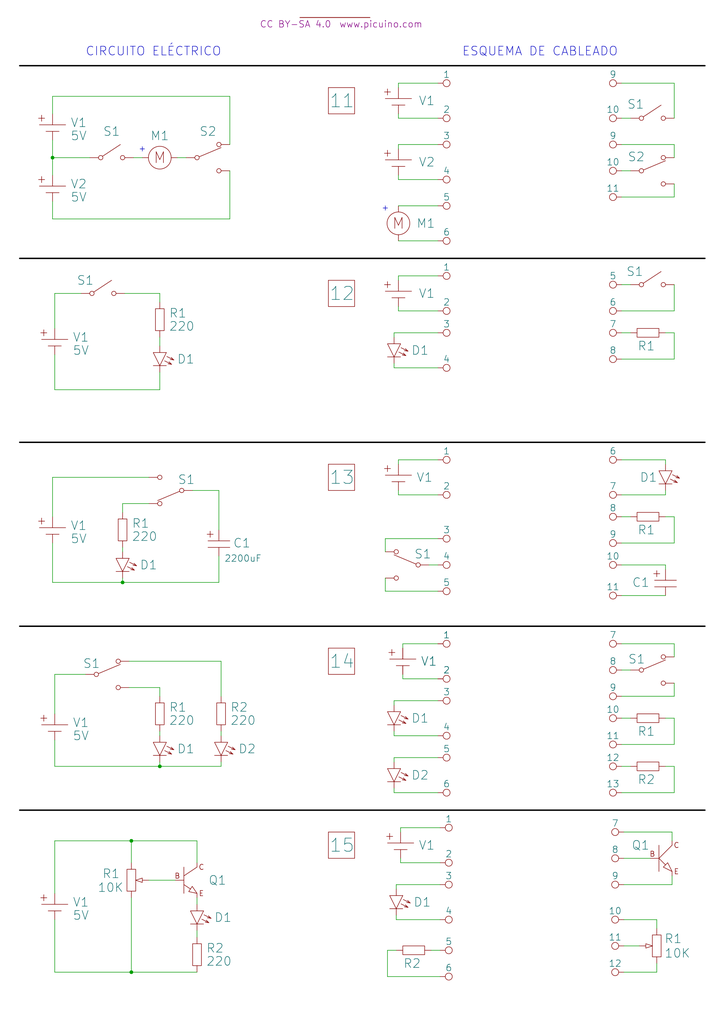
<source format=kicad_sch>
(kicad_sch (version 20231120) (generator "eeschema") (generator_version "8.0")
  (paper "A4" portrait)
  (title_block (title "Cableado eléctrico") (date "19/10/2018") (company "www.picuino.com") (comment 1 "Copyright (c) 2018 by Carlos Pardo") (comment 2 "License CC BY-SA 4.0"))
  (lib_symbols
    (symbol "electric-cableado-rescue:CopyRight-simbolos" (pin_names (offset 1.016))
      (property "License" "CC BY-SA 4.0" (at -1.27 -1.27 0))
      (property "Web" "www.picuino.com" (at 0 -1.27 0))
      (symbol "CopyRight-simbolos_0_1"
        (polyline (pts (xy -10.16 0) (xy 10.16 0)) (stroke (width 0.2032)))
      )
    )
    (symbol "electric-cableado-rescue:NPN-simbolos" (pin_names (offset 1.016))
      (property "Reference" "Q" (at 6.985 -5.08 0))
      (symbol "NPN-simbolos_0_0"
        (polyline (pts (xy 4.445 -6.985) (xy 2.54 -5.08)))
        (polyline (pts (xy 6.35 -8.89) (xy 5.08 -6.35) (xy 3.81 -7.62) (xy 6.35 -8.89)))
        (text "B" (at 0.635 -3.81 0) (effects (font (size 1.524 1.524))))
        (text "C" (at 7.62 -1.27 0) (effects (font (size 1.524 1.524))))
        (text "E" (at 7.62 -8.89 0) (effects (font (size 1.524 1.524))))
      )
      (symbol "NPN-simbolos_0_1"
        (polyline (pts (xy 2.54 -5.08) (xy 6.35 -1.27)))
        (polyline (pts (xy 2.54 -1.27) (xy 2.54 -8.89)))
      )
      (symbol "NPN-simbolos_1_1"
        (pin input line (at 0 -5.08 0) (length 2.54) (name "") (number ""))
        (pin input line (at 6.35 -10.16 90) (length 1.27) (name "") (number ""))
        (pin input line (at 6.35 0 270) (length 1.27) (name "") (number ""))
      )
    )
    (symbol "electric-cableado-rescue:Pila-simbolos" (pin_names (offset 1.016))
      (property "Reference" "V" (at 5.08 -4.445 0))
      (symbol "Pila-simbolos_0_1"
        (polyline (pts (xy -4.064 -1.27) (xy -2.286 -1.27)))
        (polyline (pts (xy -3.81 -3.175) (xy 3.81 -3.175)))
        (polyline (pts (xy -3.175 -0.381) (xy -3.175 -2.159)))
        (polyline (pts (xy -1.905 -5.08) (xy 1.905 -5.08)))
      )
      (symbol "Pila-simbolos_1_1"
        (pin input line (at 0 -7.62 90) (length 2.54) (name "") (number ""))
        (pin input line (at 0 0 270) (length 3.175) (name "") (number ""))
      )
    )
    (symbol "electric-cableado-rescue:condensador_pol-simbolos" (pin_names (offset 1.016))
      (property "Reference" "C" (at 3.81 -4.445 0))
      (symbol "condensador_pol-simbolos_0_1"
        (polyline (pts (xy -3.175 -3.175) (xy 3.175 -3.175)))
        (polyline (pts (xy -2.54 -0.381) (xy -2.54 -2.159)))
        (polyline (pts (xy -1.651 -1.27) (xy -3.429 -1.27)))
        (polyline (pts (xy 3.175 -5.08) (xy -3.175 -5.08)))
      )
      (symbol "condensador_pol-simbolos_1_1"
        (pin input line (at 0 -7.62 90) (length 2.54) (name "") (number ""))
        (pin input line (at 0 0 270) (length 3.175) (name "") (number ""))
      )
    )
    (symbol "electric-cableado-rescue:conector-simbolos" (pin_names (offset 1.016))
      (symbol "conector-simbolos_0_1"
        (circle (center 2.54 0) (radius 1.016))
      )
      (symbol "conector-simbolos_1_1"
        (pin input line (at 0 0 0) (length 1.524) (name "") (number ""))
      )
    )
    (symbol "electric-cableado-rescue:diodo_led-simbolos" (pin_names (offset 1.016))
      (property "Reference" "D" (at 5.08 -3.81 0))
      (symbol "diodo_led-simbolos_0_1"
        (polyline (pts (xy 1.397 -4.318) (xy 3.429 -5.334)))
        (polyline (pts (xy 1.905 -5.715) (xy -1.905 -5.715)))
        (polyline (pts (xy 2.032 -3.048) (xy 4.064 -4.064)))
        (polyline (pts (xy 3.429 -5.334) (xy 2.3622 -5.1816)))
        (polyline (pts (xy 3.429 -5.334) (xy 2.667 -4.572)))
        (polyline (pts (xy 4.064 -4.064) (xy 2.9972 -3.9116)))
        (polyline (pts (xy 4.064 -4.064) (xy 3.302 -3.302)))
        (polyline (pts (xy 1.905 -1.905) (xy -1.905 -1.905) (xy 0 -5.715) (xy 1.905 -1.905)))
      )
      (symbol "diodo_led-simbolos_1_1"
        (pin input line (at 0 -7.62 90) (length 1.905) (name "") (number ""))
        (pin input line (at 0 0 270) (length 1.905) (name "") (number ""))
      )
    )
    (symbol "electric-cableado-rescue:numero-simbolos" (pin_names (offset 1.016))
      (property "Value" "numero-simbolos" (at 0 0 0))
      (symbol "numero-simbolos_0_1"
        (rectangle (start -3.81 3.81) (end 3.81 -3.81))
      )
    )
    (symbol "electric-cableado-rescue:potenciometro-simbolos" (pin_names (offset 1.016))
      (property "Reference" "R" (at 1.905 -1.905 0))
      (symbol "potenciometro-simbolos_0_1"
        (rectangle (start -1.27 -1.905) (end 1.27 -8.255))
        (polyline (pts (xy 1.27 -5.08) (xy 3.175 -4.445) (xy 3.175 -5.715) (xy 1.27 -5.08)))
      )
      (symbol "potenciometro-simbolos_1_1"
        (pin input line (at 0 -10.16 90) (length 1.905) (name "") (number ""))
        (pin input line (at 0 0 270) (length 1.905) (name "") (number ""))
        (pin input line (at 5.08 -5.08 180) (length 1.905) (name "") (number ""))
      )
    )
    (symbol "electric-cableado-rescue:resistencia-simbolos" (pin_names (offset 1.016))
      (property "Reference" "R" (at 1.905 -5.08 0))
      (symbol "resistencia-simbolos_0_1"
        (rectangle (start -1.27 -1.905) (end 1.27 -8.255))
      )
      (symbol "resistencia-simbolos_1_1"
        (pin input line (at 0 -10.16 90) (length 1.905) (name "") (number ""))
        (pin input line (at 0 0 270) (length 1.905) (name "") (number ""))
      )
    )
    (symbol "electric-cableado-rescue:selector-simbolos" (pin_names (offset 1.016))
      (property "Reference" "S" (at 4.445 3.175 0))
      (symbol "selector-simbolos_0_0"
        (circle (center 3.175 0) (radius 0.635))
        (circle (center 9.525 -3.81) (radius 0.635))
        (circle (center 9.525 3.81) (radius 0.635))
      )
      (symbol "selector-simbolos_0_1"
        (polyline (pts (xy 10.16 2.921) (xy 3.81 0.254)))
      )
      (symbol "selector-simbolos_1_1"
        (pin input line (at 0 0 0) (length 2.54) (name "") (number ""))
        (pin input line (at 12.7 -3.81 180) (length 2.54) (name "") (number ""))
        (pin input line (at 12.7 3.81 180) (length 2.54) (name "") (number ""))
      )
    )
    (symbol "electric-cableado-rescue:switch-simbolos" (pin_names (offset 1.016))
      (property "Reference" "S" (at 4.445 3.175 0))
      (symbol "switch-simbolos_0_0"
        (polyline (pts (xy 8.89 3.81) (xy 3.683 0.381)))
        (circle (center 3.175 0) (radius 0.635))
        (circle (center 9.525 0) (radius 0.635))
      )
      (symbol "switch-simbolos_1_1"
        (pin input line (at 0 0 0) (length 2.54) (name "") (number ""))
        (pin input line (at 12.7 0 180) (length 2.54) (name "") (number ""))
      )
    )
    (symbol "motor_1" (pin_names (offset 1.016))
      (property "Reference" "M" (at 4.445 -5.08 0))
      (symbol "motor_1_0_0"
        (text "M" (at 0 -5.08 0) (effects (font (size 3.175 3.175))))
      )
      (symbol "motor_1_0_1"
        (circle (center 0 -5.08) (radius 3.302))
      )
      (symbol "motor_1_1_1"
        (pin input line (at 0 -10.16 90) (length 1.778) (name "") (number ""))
        (pin input line (at 0 0 270) (length 1.778) (name "") (number ""))
      )
    )
    (symbol "simbolos-electricos:NPN" (pin_names (offset 1.016))
      (property "Reference" "Q" (at 6.985 -5.08 0))
      (symbol "NPN_0_0"
        (polyline (pts (xy 4.445 -7.62) (xy 2.54 -6.35)))
        (text "C" (at 7.62 -1.27 0) (effects (font (size 1.524 1.524))))
        (text "E" (at 7.62 -8.89 0) (effects (font (size 1.524 1.524))))
      )
      (symbol "NPN_0_1"
        (polyline (pts (xy 2.54 -3.81) (xy 6.35 -1.27)))
        (polyline (pts (xy 2.54 -1.27) (xy 2.54 -8.89)))
        (polyline (pts (xy 4.953 -6.858) (xy 3.937 -8.382) (xy 6.35 -8.89) (xy 4.953 -6.858)))
      )
      (symbol "NPN_1_0"
        (text "B" (at 0.635 -3.81 0) (effects (font (size 1.524 1.524))))
      )
      (symbol "NPN_1_1"
        (pin input line (at 0 -5.08 0) (length 2.54) (name "") (number ""))
        (pin input line (at 6.35 -10.16 90) (length 1.27) (name "") (number ""))
        (pin input line (at 6.35 0 270) (length 1.27) (name "") (number ""))
      )
    )
    (symbol "simbolos-electricos:interruptor" (pin_names (offset 1.016))
      (property "Reference" "S" (at 4.445 3.175 0))
      (symbol "interruptor_0_0"
        (polyline (pts (xy 8.89 3.81) (xy 3.683 0.381)))
        (circle (center 3.175 0) (radius 0.635))
        (circle (center 9.525 0) (radius 0.635))
      )
      (symbol "interruptor_1_1"
        (pin input line (at 0 0 0) (length 2.54) (name "") (number ""))
        (pin input line (at 12.7 0 180) (length 2.54) (name "") (number ""))
      )
    )
    (symbol "simbolos-electricos:motor" (pin_names (offset 1.016))
      (property "Reference" "M2" (at 6.35 -5.08 90))
      (symbol "motor_0_0"
        (text "M" (at 0 -5.08 900) (effects (font (size 3.175 3.175))))
      )
      (symbol "motor_0_1"
        (circle (center 0 -5.08) (radius 3.302))
      )
      (symbol "motor_1_1"
        (pin input line (at 0 -10.16 90) (length 1.778) (name "") (number ""))
        (pin input line (at 0 0 270) (length 1.778) (name "") (number ""))
      )
    )
    (symbol "simbolos-electricos:selector" (pin_names (offset 1.016))
      (property "Reference" "S" (at 4.445 3.175 0))
      (symbol "selector_0_0"
        (circle (center 3.175 0) (radius 0.635))
        (circle (center 9.525 -3.81) (radius 0.635))
        (circle (center 9.525 3.81) (radius 0.635))
      )
      (symbol "selector_0_1"
        (polyline (pts (xy 10.16 2.921) (xy 3.81 0.254)))
      )
      (symbol "selector_1_1"
        (pin input line (at 0 0 0) (length 2.54) (name "") (number ""))
        (pin input line (at 12.7 -3.81 180) (length 2.54) (name "") (number ""))
        (pin input line (at 12.7 3.81 180) (length 2.54) (name "") (number ""))
      )
    )
  )
  (junction (at 46.355 222.25))
  (junction (at 38.1 281.94))
  (junction (at 15.24 45.72))
  (junction (at 38.1 243.84))
  (junction (at 35.56 168.91))
  (wire (pts (xy 43.18 146.05) (xy 35.56 146.05)))
  (wire (pts (xy 115.57 34.29) (xy 115.57 33.02)))
  (wire (pts (xy 195.58 57.15) (xy 180.34 57.15)))
  (wire (pts (xy 195.58 186.69) (xy 180.34 186.69)))
  (polyline (pts (xy 5.715 128.27) (xy 204.47 128.27)) (stroke (width 0.4064) (type solid) (color 0 0 0 1)))
  (wire (pts (xy 51.435 45.72) (xy 53.975 45.72)))
  (wire (pts (xy 182.88 194.31) (xy 180.34 194.31)))
  (wire (pts (xy 193.04 143.51) (xy 180.34 143.51)))
  (wire (pts (xy 185.42 274.32) (xy 180.975 274.32)))
  (wire (pts (xy 50.8 255.27) (xy 43.18 255.27)))
  (wire (pts (xy 35.56 146.05) (xy 35.56 148.59)))
  (wire (pts (xy 63.5 168.91) (xy 63.5 161.29)))
  (wire (pts (xy 114.3 203.2) (xy 114.3 204.47)))
  (wire (pts (xy 38.1 243.84) (xy 57.15 243.84)))
  (wire (pts (xy 193.04 208.28) (xy 195.58 208.28)))
  (wire (pts (xy 180.975 256.54) (xy 194.945 256.54)))
  (wire (pts (xy 180.34 229.87) (xy 195.58 229.87)))
  (wire (pts (xy 195.58 222.25) (xy 195.58 229.87)))
  (wire (pts (xy 114.3 96.52) (xy 127 96.52)))
  (wire (pts (xy 46.355 107.95) (xy 46.355 113.03)))
  (wire (pts (xy 193.04 96.52) (xy 195.58 96.52)))
  (wire (pts (xy 64.135 213.36) (xy 64.135 212.09)))
  (wire (pts (xy 180.34 172.72) (xy 193.04 172.72)))
  (wire (pts (xy 115.57 69.85) (xy 127 69.85)))
  (wire (pts (xy 114.3 220.98) (xy 114.3 219.71)))
  (wire (pts (xy 15.24 168.91) (xy 35.56 168.91)))
  (wire (pts (xy 193.04 222.25) (xy 195.58 222.25)))
  (wire (pts (xy 116.205 240.03) (xy 127.635 240.03)))
  (wire (pts (xy 15.24 63.5) (xy 15.24 58.42)))
  (wire (pts (xy 115.57 24.13) (xy 127 24.13)))
  (wire (pts (xy 180.34 201.93) (xy 195.58 201.93)))
  (wire (pts (xy 38.1 250.19) (xy 38.1 243.84)))
  (wire (pts (xy 180.34 24.13) (xy 195.58 24.13)))
  (wire (pts (xy 125.095 275.59) (xy 127.635 275.59)))
  (polyline (pts (xy 41.275 42.545) (xy 41.275 43.815)))
  (wire (pts (xy 115.57 90.17) (xy 115.57 88.9)))
  (wire (pts (xy 114.3 219.71) (xy 127 219.71)))
  (wire (pts (xy 116.84 196.85) (xy 127 196.85)))
  (wire (pts (xy 66.675 41.91) (xy 66.675 27.94)))
  (wire (pts (xy 115.57 134.62) (xy 115.57 133.35)))
  (wire (pts (xy 15.875 85.09) (xy 15.875 95.25)))
  (polyline (pts (xy 40.64 43.18) (xy 41.91 43.18)))
  (wire (pts (xy 46.355 199.39) (xy 37.465 199.39)))
  (wire (pts (xy 111.76 156.21) (xy 127 156.21)))
  (wire (pts (xy 38.735 45.72) (xy 41.275 45.72)))
  (wire (pts (xy 180.34 215.9) (xy 195.58 215.9)))
  (wire (pts (xy 116.84 186.69) (xy 127 186.69)))
  (wire (pts (xy 64.135 191.77) (xy 64.135 201.93)))
  (wire (pts (xy 194.945 254) (xy 194.945 256.54)))
  (wire (pts (xy 111.76 171.45) (xy 111.76 167.64)))
  (wire (pts (xy 190.5 279.4) (xy 190.5 281.94)))
  (wire (pts (xy 64.135 222.25) (xy 64.135 220.98)))
  (wire (pts (xy 57.15 262.255) (xy 57.15 260.35)))
  (wire (pts (xy 193.04 133.35) (xy 193.04 134.62)))
  (wire (pts (xy 195.58 208.28) (xy 195.58 215.9)))
  (wire (pts (xy 116.84 196.85) (xy 116.84 195.58)))
  (wire (pts (xy 115.57 90.17) (xy 127 90.17)))
  (wire (pts (xy 115.57 80.01) (xy 127 80.01)))
  (wire (pts (xy 114.3 228.6) (xy 114.3 229.87)))
  (wire (pts (xy 46.355 85.09) (xy 46.355 87.63)))
  (wire (pts (xy 195.58 201.93) (xy 195.58 198.12)))
  (wire (pts (xy 127 171.45) (xy 111.76 171.45)))
  (wire (pts (xy 38.1 260.35) (xy 38.1 281.94)))
  (wire (pts (xy 116.205 250.19) (xy 127.635 250.19)))
  (wire (pts (xy 115.57 81.28) (xy 115.57 80.01)))
  (wire (pts (xy 15.24 138.43) (xy 15.24 149.86)))
  (wire (pts (xy 180.975 281.94) (xy 190.5 281.94)))
  (wire (pts (xy 195.58 96.52) (xy 195.58 104.14)))
  (wire (pts (xy 46.355 97.79) (xy 46.355 100.33)))
  (wire (pts (xy 180.34 157.48) (xy 195.58 157.48)))
  (wire (pts (xy 112.395 275.59) (xy 112.395 283.21)))
  (wire (pts (xy 182.88 82.55) (xy 180.34 82.55)))
  (wire (pts (xy 15.24 45.72) (xy 15.24 50.8)))
  (wire (pts (xy 194.945 243.84) (xy 194.945 241.3)))
  (wire (pts (xy 180.34 208.28) (xy 182.88 208.28)))
  (wire (pts (xy 193.04 143.51) (xy 193.04 142.24)))
  (polyline (pts (xy 5.715 19.05) (xy 204.47 19.05)) (stroke (width 0.4064) (type solid) (color 0 0 0 1)))
  (wire (pts (xy 180.34 149.86) (xy 182.88 149.86)))
  (wire (pts (xy 115.57 133.35) (xy 127 133.35)))
  (wire (pts (xy 35.56 167.64) (xy 35.56 168.91)))
  (wire (pts (xy 111.76 160.02) (xy 111.76 156.21)))
  (wire (pts (xy 124.46 163.83) (xy 127 163.83)))
  (wire (pts (xy 195.58 82.55) (xy 195.58 90.17)))
  (polyline (pts (xy 5.715 234.95) (xy 204.47 234.95)) (stroke (width 0.4064) (type solid) (color 0 0 0 1)))
  (wire (pts (xy 15.875 243.84) (xy 15.875 259.08)))
  (wire (pts (xy 57.15 269.875) (xy 57.15 271.78)))
  (wire (pts (xy 15.24 27.94) (xy 66.675 27.94)))
  (wire (pts (xy 46.355 199.39) (xy 46.355 201.93)))
  (wire (pts (xy 43.18 138.43) (xy 15.24 138.43)))
  (wire (pts (xy 46.355 222.25) (xy 64.135 222.25)))
  (wire (pts (xy 180.34 163.83) (xy 193.04 163.83)))
  (wire (pts (xy 15.875 266.7) (xy 15.875 281.94)))
  (wire (pts (xy 115.57 52.07) (xy 115.57 50.8)))
  (wire (pts (xy 15.875 85.09) (xy 23.495 85.09)))
  (wire (pts (xy 180.34 222.25) (xy 182.88 222.25)))
  (wire (pts (xy 15.24 63.5) (xy 66.675 63.5)))
  (wire (pts (xy 195.58 41.91) (xy 195.58 45.72)))
  (wire (pts (xy 15.24 27.94) (xy 15.24 33.02)))
  (wire (pts (xy 15.24 45.72) (xy 26.035 45.72)))
  (wire (pts (xy 116.205 250.19) (xy 116.205 248.92)))
  (polyline (pts (xy 5.715 181.61) (xy 204.47 181.61)) (stroke (width 0.4064) (type solid) (color 0 0 0 1)))
  (wire (pts (xy 63.5 142.24) (xy 55.88 142.24)))
  (wire (pts (xy 37.465 191.77) (xy 64.135 191.77)))
  (wire (pts (xy 15.875 195.58) (xy 15.875 207.01)))
  (wire (pts (xy 180.975 248.92) (xy 188.595 248.92)))
  (wire (pts (xy 38.1 243.84) (xy 15.875 243.84)))
  (wire (pts (xy 24.765 195.58) (xy 15.875 195.58)))
  (wire (pts (xy 114.935 256.54) (xy 127.635 256.54)))
  (wire (pts (xy 115.57 34.29) (xy 127 34.29)))
  (wire (pts (xy 180.34 49.53) (xy 182.88 49.53)))
  (wire (pts (xy 114.935 266.7) (xy 114.935 265.43)))
  (wire (pts (xy 193.04 149.86) (xy 195.58 149.86)))
  (wire (pts (xy 195.58 190.5) (xy 195.58 186.69)))
  (wire (pts (xy 35.56 160.02) (xy 35.56 158.75)))
  (wire (pts (xy 35.56 168.91) (xy 63.5 168.91)))
  (wire (pts (xy 190.5 266.7) (xy 190.5 269.24)))
  (wire (pts (xy 36.195 85.09) (xy 46.355 85.09)))
  (wire (pts (xy 46.355 222.25) (xy 46.355 220.98)))
  (wire (pts (xy 114.3 106.68) (xy 127 106.68)))
  (wire (pts (xy 114.3 229.87) (xy 127 229.87)))
  (wire (pts (xy 15.875 281.94) (xy 38.1 281.94)))
  (wire (pts (xy 114.935 266.7) (xy 127.635 266.7)))
  (wire (pts (xy 116.84 187.96) (xy 116.84 186.69)))
  (wire (pts (xy 180.34 34.29) (xy 182.88 34.29)))
  (wire (pts (xy 114.3 213.36) (xy 114.3 212.09)))
  (wire (pts (xy 66.675 63.5) (xy 66.675 49.53)))
  (wire (pts (xy 180.34 41.91) (xy 195.58 41.91)))
  (wire (pts (xy 115.57 59.69) (xy 127 59.69)))
  (wire (pts (xy 115.57 143.51) (xy 115.57 142.24)))
  (polyline (pts (xy 111.125 60.325) (xy 112.395 60.325)))
  (wire (pts (xy 115.57 41.91) (xy 127 41.91)))
  (wire (pts (xy 115.57 143.51) (xy 127 143.51)))
  (wire (pts (xy 195.58 53.34) (xy 195.58 57.15)))
  (wire (pts (xy 114.3 203.2) (xy 127 203.2)))
  (wire (pts (xy 193.04 165.1) (xy 193.04 163.83)))
  (wire (pts (xy 180.34 96.52) (xy 182.88 96.52)))
  (wire (pts (xy 114.3 96.52) (xy 114.3 97.79)))
  (wire (pts (xy 114.3 106.68) (xy 114.3 105.41)))
  (wire (pts (xy 180.34 104.14) (xy 195.58 104.14)))
  (wire (pts (xy 180.34 90.17) (xy 195.58 90.17)))
  (polyline (pts (xy 5.715 74.93) (xy 204.47 74.93)) (stroke (width 0.4064) (type solid) (color 0 0 0 1)))
  (wire (pts (xy 195.58 24.13) (xy 195.58 34.29)))
  (wire (pts (xy 114.935 275.59) (xy 112.395 275.59)))
  (wire (pts (xy 195.58 149.86) (xy 195.58 157.48)))
  (wire (pts (xy 115.57 25.4) (xy 115.57 24.13)))
  (wire (pts (xy 180.975 266.7) (xy 190.5 266.7)))
  (wire (pts (xy 63.5 142.24) (xy 63.5 153.67)))
  (wire (pts (xy 15.875 102.87) (xy 15.875 113.03)))
  (wire (pts (xy 114.935 257.81) (xy 114.935 256.54)))
  (wire (pts (xy 15.24 157.48) (xy 15.24 168.91)))
  (wire (pts (xy 57.15 243.84) (xy 57.15 250.19)))
  (wire (pts (xy 15.875 214.63) (xy 15.875 222.25)))
  (wire (pts (xy 116.205 240.03) (xy 116.205 241.3)))
  (wire (pts (xy 180.975 241.3) (xy 194.945 241.3)))
  (wire (pts (xy 112.395 283.21) (xy 127.635 283.21)))
  (wire (pts (xy 193.04 133.35) (xy 180.34 133.35)))
  (wire (pts (xy 46.355 113.03) (xy 15.875 113.03)))
  (wire (pts (xy 46.355 213.36) (xy 46.355 212.09)))
  (wire (pts (xy 114.3 213.36) (xy 127 213.36)))
  (wire (pts (xy 15.875 222.25) (xy 46.355 222.25)))
  (polyline (pts (xy 111.76 59.69) (xy 111.76 60.96)))
  (wire (pts (xy 115.57 43.18) (xy 115.57 41.91)))
  (wire (pts (xy 15.24 40.64) (xy 15.24 45.72)))
  (wire (pts (xy 115.57 52.07) (xy 127 52.07)))
  (wire (pts (xy 38.1 281.94) (xy 57.15 281.94)))
  (text "CIRCUITO ELÉCTRICO" (at 24.765 16.51 0) (effects (font (size 2.54 2.54)) (justify left bottom)))
  (text "ESQUEMA DE CABLEADO" (at 133.985 16.51 0) (effects (font (size 2.54 2.54)) (justify left bottom)))
  (symbol (lib_id "electric-cableado-rescue:CopyRight-simbolos") (at 97.155 5.08 0) (unit 1)
    (property "Reference" "CP?" (effects (hide yes)))
    (property "Value" "CopyRight" (effects (hide yes)))
    (property "License" "CC BY-SA 4.0" (at 85.725 6.985 0) (effects (font (size 1.905 1.905))))
    (property "Web" "www.picuino.com" (at 110.49 6.985 0) (effects (font (size 1.905 1.905))))
  )
  (symbol (lib_name "electric-cableado-rescue:diodo_led-simbolos") (lib_id "electric-cableado-rescue:diodo_led-simbolos") (at 46.355 100.33 0) (unit 1)
    (property "Reference" "D1" (at 51.2064 104.14 0) (effects (font (size 2.54 2.54)) (justify left)))
    (property "Value" "diodo_led" (effects (hide yes)))
  )
  (symbol (lib_id "electric-cableado-rescue:conector-simbolos") (at 180.34 201.93 180) (unit 1)
    (property "Reference" "o139" (effects (hide yes)))
    (property "Value" "9" (at 177.8 199.39 0) (effects (font (size 1.905 1.905))))
  )
  (symbol (lib_id "electric-cableado-rescue:conector-simbolos") (at 127 163.83 0) (unit 1)
    (property "Reference" "o113" (effects (hide yes)))
    (property "Value" "4" (at 129.54 161.29 0) (effects (font (size 1.905 1.905))))
  )
  (symbol (lib_name "electric-cableado-rescue:resistencia-simbolos") (lib_id "electric-cableado-rescue:resistencia-simbolos") (at 193.04 149.86 270) (unit 1)
    (property "Reference" "R1" (at 184.785 153.67 90) (effects (font (size 2.54 2.54)) (justify left)))
    (property "Value" "resistencia" (effects (hide yes)))
  )
  (symbol (lib_name "electric-cableado-rescue:diodo_led-simbolos") (lib_id "electric-cableado-rescue:diodo_led-simbolos") (at 64.135 213.36 0) (unit 1)
    (property "Reference" "D2" (at 68.9864 217.17 0) (effects (font (size 2.54 2.54)) (justify left)))
    (property "Value" "diodo_led" (effects (hide yes)))
  )
  (symbol (lib_name "electric-cableado-rescue:diodo_led-simbolos") (lib_id "electric-cableado-rescue:diodo_led-simbolos") (at 114.935 257.81 0) (unit 1)
    (property "Reference" "D1" (at 119.7864 261.62 0) (effects (font (size 2.54 2.54)) (justify left)))
    (property "Value" "diodo_led" (effects (hide yes)))
  )
  (symbol (lib_id "electric-cableado-rescue:conector-simbolos") (at 180.34 49.53 0) (mirror y) (unit 1)
    (property "Reference" "o66" (effects (hide yes)))
    (property "Value" "10" (at 177.8 46.99 0) (effects (font (size 1.905 1.905))))
  )
  (symbol (lib_name "electric-cableado-rescue:diodo_led-simbolos") (lib_id "electric-cableado-rescue:diodo_led-simbolos") (at 114.3 204.47 0) (unit 1)
    (property "Reference" "D1" (at 119.1514 208.28 0) (effects (font (size 2.54 2.54)) (justify left)))
    (property "Value" "diodo_led" (effects (hide yes)))
  )
  (symbol (lib_id "electric-cableado-rescue:conector-simbolos") (at 180.34 163.83 180) (unit 1)
    (property "Reference" "o135" (effects (hide yes)))
    (property "Value" "10" (at 177.8 161.29 0) (effects (font (size 1.905 1.905))))
  )
  (symbol (lib_name "electric-cableado-rescue:Pila-simbolos") (lib_id "electric-cableado-rescue:Pila-simbolos") (at 115.57 81.28 0) (unit 1)
    (property "Reference" "V1" (at 121.285 85.09 0) (effects (font (size 2.54 2.54)) (justify left)))
    (property "Value" "Pila" (effects (hide yes)))
  )
  (symbol (lib_id "electric-cableado-rescue:conector-simbolos") (at 127.635 283.21 0) (mirror x) (unit 1)
    (property "Reference" "o126" (effects (hide yes)))
    (property "Value" "6" (at 130.175 280.67 0) (effects (font (size 1.905 1.905))))
  )
  (symbol (lib_id "electric-cableado-rescue:conector-simbolos") (at 180.34 194.31 180) (unit 1)
    (property "Reference" "o138" (effects (hide yes)))
    (property "Value" "8" (at 177.8 191.77 0) (effects (font (size 1.905 1.905))))
  )
  (symbol (lib_id "simbolos-electricos:selector") (at 53.975 45.72 0) (unit 1)
    (property "Reference" "S2" (at 60.325 38.1 0) (effects (font (size 2.54 2.54))))
    (property "Value" "selector" (effects (hide yes)))
  )
  (symbol (lib_name "electric-cableado-rescue:resistencia-simbolos") (lib_id "electric-cableado-rescue:resistencia-simbolos") (at 46.355 201.93 0) (unit 1)
    (property "Reference" "R1" (at 48.895 205.105 0) (effects (font (size 2.54 2.54)) (justify left)))
    (property "Value" "220" (at 48.895 208.915 0) (effects (font (size 2.54 2.54)) (justify left)))
  )
  (symbol (lib_id "electric-cableado-rescue:conector-simbolos") (at 127 34.29 0) (unit 1)
    (property "Reference" "o60" (effects (hide yes)))
    (property "Value" "2" (at 129.54 31.75 0) (effects (font (size 1.905 1.905))))
  )
  (symbol (lib_id "electric-cableado-rescue:conector-simbolos") (at 127 229.87 0) (mirror x) (unit 1)
    (property "Reference" "o120" (effects (hide yes)))
    (property "Value" "6" (at 129.54 227.33 0) (effects (font (size 1.905 1.905))))
  )
  (symbol (lib_name "electric-cableado-rescue:resistencia-simbolos") (lib_id "electric-cableado-rescue:resistencia-simbolos") (at 57.15 271.78 0) (unit 1)
    (property "Reference" "R2" (at 59.69 274.955 0) (effects (font (size 2.54 2.54)) (justify left)))
    (property "Value" "220" (at 59.69 278.765 0) (effects (font (size 2.54 2.54)) (justify left)))
  )
  (symbol (lib_id "electric-cableado-rescue:conector-simbolos") (at 127 41.91 0) (unit 1)
    (property "Reference" "o61" (effects (hide yes)))
    (property "Value" "3" (at 129.54 39.37 0) (effects (font (size 1.905 1.905))))
  )
  (symbol (lib_id "electric-cableado-rescue:conector-simbolos") (at 127.635 266.7 0) (unit 1)
    (property "Reference" "o124" (effects (hide yes)))
    (property "Value" "4" (at 130.175 264.16 0) (effects (font (size 1.905 1.905))))
  )
  (symbol (lib_name "electric-cableado-rescue:resistencia-simbolos") (lib_id "electric-cableado-rescue:resistencia-simbolos") (at 193.04 222.25 270) (unit 1)
    (property "Reference" "R2" (at 184.785 226.06 90) (effects (font (size 2.54 2.54)) (justify left)))
    (property "Value" "resistencia" (effects (hide yes)))
  )
  (symbol (lib_id "electric-cableado-rescue:conector-simbolos") (at 180.975 256.54 180) (unit 1)
    (property "Reference" "o146" (effects (hide yes)))
    (property "Value" "9" (at 178.435 254 0) (effects (font (size 1.905 1.905))))
  )
  (symbol (lib_id "electric-cableado-rescue:numero-simbolos") (at 99.06 191.77 0) (unit 1)
    (property "Reference" "N11" (effects (hide yes)))
    (property "Value" "14" (at 95.25 191.77 0) (effects (font (size 3.81 3.81)) (justify left)))
  )
  (symbol (lib_id "electric-cableado-rescue:conector-simbolos") (at 180.975 281.94 180) (unit 1)
    (property "Reference" "o149" (effects (hide yes)))
    (property "Value" "12" (at 178.435 279.4 0) (effects (font (size 1.905 1.905))))
  )
  (symbol (lib_name "electric-cableado-rescue:resistencia-simbolos") (lib_id "electric-cableado-rescue:resistencia-simbolos") (at 64.135 201.93 0) (unit 1)
    (property "Reference" "R2" (at 66.675 205.105 0) (effects (font (size 2.54 2.54)) (justify left)))
    (property "Value" "220" (at 66.675 208.915 0) (effects (font (size 2.54 2.54)) (justify left)))
  )
  (symbol (lib_name "electric-cableado-rescue:resistencia-simbolos") (lib_id "electric-cableado-rescue:resistencia-simbolos") (at 46.355 87.63 0) (unit 1)
    (property "Reference" "R1" (at 48.895 90.805 0) (effects (font (size 2.54 2.54)) (justify left)))
    (property "Value" "220" (at 48.895 94.615 0) (effects (font (size 2.54 2.54)) (justify left)))
  )
  (symbol (lib_name "electric-cableado-rescue:diodo_led-simbolos") (lib_id "electric-cableado-rescue:diodo_led-simbolos") (at 193.04 134.62 0) (unit 1)
    (property "Reference" "D1" (at 185.42 138.43 0) (effects (font (size 2.54 2.54)) (justify left)))
    (property "Value" "diodo_led" (effects (hide yes)))
  )
  (symbol (lib_id "electric-cableado-rescue:numero-simbolos") (at 99.06 245.11 0) (unit 1)
    (property "Reference" "N12" (effects (hide yes)))
    (property "Value" "15" (at 95.25 245.11 0) (effects (font (size 3.81 3.81)) (justify left)))
  )
  (symbol (lib_name "electric-cableado-rescue:resistencia-simbolos") (lib_id "electric-cableado-rescue:resistencia-simbolos") (at 193.04 96.52 270) (unit 1)
    (property "Reference" "R1" (at 184.785 100.33 90) (effects (font (size 2.54 2.54)) (justify left)))
    (property "Value" "resistencia" (effects (hide yes)))
  )
  (symbol (lib_id "electric-cableado-rescue:conector-simbolos") (at 180.34 24.13 0) (mirror y) (unit 1)
    (property "Reference" "o1" (effects (hide yes)))
    (property "Value" "9" (at 177.8 21.59 0) (effects (font (size 1.905 1.905))))
  )
  (symbol (lib_id "electric-cableado-rescue:conector-simbolos") (at 127.635 275.59 0) (mirror x) (unit 1)
    (property "Reference" "o125" (effects (hide yes)))
    (property "Value" "5" (at 130.175 273.05 0) (effects (font (size 1.905 1.905))))
  )
  (symbol (lib_id "electric-cableado-rescue:conector-simbolos") (at 180.34 41.91 0) (mirror y) (unit 1)
    (property "Reference" "o65" (effects (hide yes)))
    (property "Value" "9" (at 177.8 39.37 0) (effects (font (size 1.905 1.905))))
  )
  (symbol (lib_name "electric-cableado-rescue:condensador_pol-simbolos") (lib_id "electric-cableado-rescue:condensador_pol-simbolos") (at 63.5 153.67 0) (unit 1)
    (property "Reference" "C1" (at 67.4624 157.48 0) (effects (font (size 2.54 2.54)) (justify left)))
    (property "Value" "2200uF" (at 70.485 161.925 0) (effects (font (size 1.905 1.905))))
  )
  (symbol (lib_id "electric-cableado-rescue:conector-simbolos") (at 127 59.69 0) (unit 1)
    (property "Reference" "o63" (effects (hide yes)))
    (property "Value" "5" (at 129.54 57.15 0) (effects (font (size 1.905 1.905))))
  )
  (symbol (lib_id "electric-cableado-rescue:conector-simbolos") (at 127 213.36 0) (unit 1)
    (property "Reference" "o118" (effects (hide yes)))
    (property "Value" "4" (at 129.54 210.82 0) (effects (font (size 1.905 1.905))))
  )
  (symbol (lib_name "electric-cableado-rescue:Pila-simbolos") (lib_id "electric-cableado-rescue:Pila-simbolos") (at 116.84 187.96 0) (unit 1)
    (property "Reference" "V1" (at 121.92 191.77 0) (effects (font (size 2.54 2.54)) (justify left)))
    (property "Value" "Pila" (effects (hide yes)))
  )
  (symbol (lib_name "motor_1") (lib_id "simbolos-electricos:motor") (at 115.57 59.69 0) (unit 1)
    (property "Reference" "M1" (at 120.65 64.7699 0) (effects (font (size 2.54 2.54)) (justify left)))
    (property "Value" "motor" (effects (hide yes)))
  )
  (symbol (lib_id "electric-cableado-rescue:conector-simbolos") (at 127 96.52 0) (unit 1)
    (property "Reference" "o108" (effects (hide yes)))
    (property "Value" "3" (at 129.54 93.98 0) (effects (font (size 1.905 1.905))))
  )
  (symbol (lib_name "electric-cableado-rescue:switch-simbolos") (lib_id "electric-cableado-rescue:switch-simbolos") (at 182.88 82.55 0) (unit 1)
    (property "Reference" "S1" (at 184.15 78.74 0) (effects (font (size 2.54 2.54))))
    (property "Value" "switch" (effects (hide yes)))
  )
  (symbol (lib_id "electric-cableado-rescue:numero-simbolos") (at 99.06 29.21 0) (unit 1)
    (property "Reference" "N6" (effects (hide yes)))
    (property "Value" "11" (at 95.25 29.21 0) (effects (font (size 3.81 3.81)) (justify left)))
  )
  (symbol (lib_name "electric-cableado-rescue:switch-simbolos") (lib_id "electric-cableado-rescue:switch-simbolos") (at 23.495 85.09 0) (unit 1)
    (property "Reference" "S1" (at 24.765 81.28 0) (effects (font (size 2.54 2.54))))
    (property "Value" "switch" (effects (hide yes)))
  )
  (symbol (lib_id "electric-cableado-rescue:Pila-simbolos") (at 15.24 50.8 0) (unit 1)
    (property "Reference" "V2" (at 20.32 53.34 0) (effects (font (size 2.54 2.54)) (justify left)))
    (property "Value" "5V" (at 20.32 57.15 0) (effects (font (size 2.54 2.54)) (justify left)))
  )
  (symbol (lib_name "electric-cableado-rescue:selector-simbolos") (lib_id "electric-cableado-rescue:selector-simbolos") (at 124.46 163.83 0) (mirror y) (unit 1)
    (property "Reference" "S1" (at 120.015 160.655 0) (effects (font (size 2.54 2.54)) (justify right)))
    (property "Value" "selector" (effects (hide yes)))
  )
  (symbol (lib_id "electric-cableado-rescue:conector-simbolos") (at 127 171.45 0) (mirror x) (unit 1)
    (property "Reference" "o114" (effects (hide yes)))
    (property "Value" "5" (at 129.54 168.91 0) (effects (font (size 1.905 1.905))))
  )
  (symbol (lib_id "electric-cableado-rescue:conector-simbolos") (at 127 143.51 0) (unit 1)
    (property "Reference" "o111" (effects (hide yes)))
    (property "Value" "2" (at 129.54 140.97 0) (effects (font (size 1.905 1.905))))
  )
  (symbol (lib_id "electric-cableado-rescue:conector-simbolos") (at 180.34 34.29 0) (mirror y) (unit 1)
    (property "Reference" "o2" (effects (hide yes)))
    (property "Value" "10" (at 177.8 31.75 0) (effects (font (size 1.905 1.905))))
  )
  (symbol (lib_name "electric-cableado-rescue:Pila-simbolos") (lib_id "electric-cableado-rescue:Pila-simbolos") (at 15.24 149.86 0) (unit 1)
    (property "Reference" "V1" (at 20.32 152.4 0) (effects (font (size 2.54 2.54)) (justify left)))
    (property "Value" "5V" (at 20.32 156.21 0) (effects (font (size 2.54 2.54)) (justify left)))
  )
  (symbol (lib_name "electric-cableado-rescue:diodo_led-simbolos") (lib_id "electric-cableado-rescue:diodo_led-simbolos") (at 57.15 262.255 0) (unit 1)
    (property "Reference" "D1" (at 62.0014 266.065 0) (effects (font (size 2.54 2.54)) (justify left)))
    (property "Value" "diodo_led" (effects (hide yes)))
  )
  (symbol (lib_id "electric-cableado-rescue:conector-simbolos") (at 180.34 96.52 180) (unit 1)
    (property "Reference" "o129" (effects (hide yes)))
    (property "Value" "7" (at 177.8 93.98 0) (effects (font (size 1.905 1.905))))
  )
  (symbol (lib_name "electric-cableado-rescue:potenciometro-simbolos") (lib_id "electric-cableado-rescue:potenciometro-simbolos") (at 190.5 269.24 0) (mirror y) (unit 1)
    (property "Reference" "R1" (at 192.5828 272.2118 0) (effects (font (size 2.54 2.54)) (justify right)))
    (property "Value" "10K" (at 192.5828 276.4282 0) (effects (font (size 2.54 2.54)) (justify right)))
  )
  (symbol (lib_id "electric-cableado-rescue:conector-simbolos") (at 127 203.2 0) (unit 1)
    (property "Reference" "o117" (effects (hide yes)))
    (property "Value" "3" (at 129.54 200.66 0) (effects (font (size 1.905 1.905))))
  )
  (symbol (lib_id "electric-cableado-rescue:selector-simbolos") (at 182.88 49.53 0) (unit 1)
    (property "Reference" "S2" (at 187.198 45.466 0) (effects (font (size 2.54 2.54)) (justify right)))
    (property "Value" "selector" (effects (hide yes)))
  )
  (symbol (lib_name "electric-cableado-rescue:Pila-simbolos") (lib_id "electric-cableado-rescue:Pila-simbolos") (at 116.205 241.3 0) (unit 1)
    (property "Reference" "V1" (at 121.285 245.11 0) (effects (font (size 2.54 2.54)) (justify left)))
    (property "Value" "Pila" (effects (hide yes)))
  )
  (symbol (lib_id "electric-cableado-rescue:conector-simbolos") (at 180.34 133.35 180) (unit 1)
    (property "Reference" "o131" (effects (hide yes)))
    (property "Value" "6" (at 177.8 130.81 0) (effects (font (size 1.905 1.905))))
  )
  (symbol (lib_id "electric-cableado-rescue:conector-simbolos") (at 127 90.17 0) (unit 1)
    (property "Reference" "o107" (effects (hide yes)))
    (property "Value" "2" (at 129.54 87.63 0) (effects (font (size 1.905 1.905))))
  )
  (symbol (lib_id "electric-cableado-rescue:conector-simbolos") (at 127.635 250.19 0) (unit 1)
    (property "Reference" "o122" (effects (hide yes)))
    (property "Value" "2" (at 130.175 247.65 0) (effects (font (size 1.905 1.905))))
  )
  (symbol (lib_id "electric-cableado-rescue:conector-simbolos") (at 127 69.85 0) (unit 1)
    (property "Reference" "o64" (effects (hide yes)))
    (property "Value" "6" (at 129.54 67.31 0) (effects (font (size 1.905 1.905))))
  )
  (symbol (lib_name "electric-cableado-rescue:Pila-simbolos") (lib_id "electric-cableado-rescue:Pila-simbolos") (at 115.57 134.62 0) (unit 1)
    (property "Reference" "V1" (at 120.65 138.43 0) (effects (font (size 2.54 2.54)) (justify left)))
    (property "Value" "Pila" (effects (hide yes)))
  )
  (symbol (lib_name "electric-cableado-rescue:resistencia-simbolos") (lib_id "electric-cableado-rescue:resistencia-simbolos") (at 125.095 275.59 270) (unit 1)
    (property "Reference" "R2" (at 116.84 279.4 90) (effects (font (size 2.54 2.54)) (justify left)))
    (property "Value" "resistencia" (effects (hide yes)))
  )
  (symbol (lib_id "electric-cableado-rescue:conector-simbolos") (at 127 24.13 0) (unit 1)
    (property "Reference" "o59" (effects (hide yes)))
    (property "Value" "1" (at 129.54 21.59 0) (effects (font (size 1.905 1.905))))
  )
  (symbol (lib_id "electric-cableado-rescue:Pila-simbolos") (at 115.57 25.4 0) (unit 1)
    (property "Reference" "V1" (at 121.285 29.21 0) (effects (font (size 2.54 2.54)) (justify left)))
    (property "Value" "Pila" (effects (hide yes)))
  )
  (symbol (lib_id "electric-cableado-rescue:conector-simbolos") (at 127 106.68 0) (unit 1)
    (property "Reference" "o109" (effects (hide yes)))
    (property "Value" "4" (at 129.54 104.14 0) (effects (font (size 1.905 1.905))))
  )
  (symbol (lib_name "electric-cableado-rescue:Pila-simbolos") (lib_id "electric-cableado-rescue:Pila-simbolos") (at 15.875 207.01 0) (unit 1)
    (property "Reference" "V1" (at 20.955 209.55 0) (effects (font (size 2.54 2.54)) (justify left)))
    (property "Value" "5V" (at 20.955 213.36 0) (effects (font (size 2.54 2.54)) (justify left)))
  )
  (symbol (lib_name "electric-cableado-rescue:diodo_led-simbolos") (lib_id "electric-cableado-rescue:diodo_led-simbolos") (at 35.56 160.02 0) (unit 1)
    (property "Reference" "D1" (at 40.4114 163.83 0) (effects (font (size 2.54 2.54)) (justify left)))
    (property "Value" "diodo_led" (effects (hide yes)))
  )
  (symbol (lib_name "electric-cableado-rescue:potenciometro-simbolos") (lib_id "electric-cableado-rescue:potenciometro-simbolos") (at 38.1 250.19 0) (unit 1)
    (property "Reference" "R1" (at 34.925 253.365 0) (effects (font (size 2.54 2.54)) (justify right)))
    (property "Value" "10K" (at 35.9918 257.3782 0) (effects (font (size 2.54 2.54)) (justify right)))
  )
  (symbol (lib_id "electric-cableado-rescue:conector-simbolos") (at 180.34 222.25 180) (unit 1)
    (property "Reference" "o142" (effects (hide yes)))
    (property "Value" "12" (at 177.8 219.71 0) (effects (font (size 1.905 1.905))))
  )
  (symbol (lib_id "electric-cableado-rescue:Pila-simbolos") (at 115.57 43.18 0) (unit 1)
    (property "Reference" "V2" (at 121.285 46.99 0) (effects (font (size 2.54 2.54)) (justify left)))
    (property "Value" "Pila" (effects (hide yes)))
  )
  (symbol (lib_name "electric-cableado-rescue:NPN-simbolos") (lib_id "electric-cableado-rescue:NPN-simbolos") (at 188.595 243.84 0) (unit 1)
    (property "Reference" "Q1" (at 188.595 245.11 0) (effects (font (size 2.54 2.54)) (justify right)))
    (property "Value" "NPN" (effects (hide yes)))
  )
  (symbol (lib_id "electric-cableado-rescue:conector-simbolos") (at 180.34 104.14 180) (unit 1)
    (property "Reference" "o130" (effects (hide yes)))
    (property "Value" "8" (at 177.8 101.6 0) (effects (font (size 1.905 1.905))))
  )
  (symbol (lib_id "electric-cableado-rescue:conector-simbolos") (at 127 219.71 0) (mirror x) (unit 1)
    (property "Reference" "o119" (effects (hide yes)))
    (property "Value" "5" (at 129.54 217.17 0) (effects (font (size 1.905 1.905))))
  )
  (symbol (lib_id "electric-cableado-rescue:conector-simbolos") (at 180.34 215.9 180) (unit 1)
    (property "Reference" "o141" (effects (hide yes)))
    (property "Value" "11" (at 177.8 213.36 0) (effects (font (size 1.905 1.905))))
  )
  (symbol (lib_name "electric-cableado-rescue:diodo_led-simbolos") (lib_id "electric-cableado-rescue:diodo_led-simbolos") (at 114.3 220.98 0) (unit 1)
    (property "Reference" "D2" (at 119.1514 224.79 0) (effects (font (size 2.54 2.54)) (justify left)))
    (property "Value" "diodo_led" (effects (hide yes)))
  )
  (symbol (lib_id "electric-cableado-rescue:Pila-simbolos") (at 15.24 33.02 0) (unit 1)
    (property "Reference" "V1" (at 20.32 35.56 0) (effects (font (size 2.54 2.54)) (justify left)))
    (property "Value" "5V" (at 20.32 39.37 0) (effects (font (size 2.54 2.54)) (justify left)))
  )
  (symbol (lib_name "electric-cableado-rescue:Pila-simbolos") (lib_id "electric-cableado-rescue:Pila-simbolos") (at 15.875 95.25 0) (unit 1)
    (property "Reference" "V1" (at 20.955 97.79 0) (effects (font (size 2.54 2.54)) (justify left)))
    (property "Value" "5V" (at 20.955 101.6 0) (effects (font (size 2.54 2.54)) (justify left)))
  )
  (symbol (lib_name "electric-cableado-rescue:selector-simbolos") (lib_id "electric-cableado-rescue:selector-simbolos") (at 55.88 142.24 180) (unit 1)
    (property "Reference" "S1" (at 51.435 139.065 0) (effects (font (size 2.54 2.54)) (justify right)))
    (property "Value" "selector" (effects (hide yes)))
  )
  (symbol (lib_name "electric-cableado-rescue:selector-simbolos") (lib_id "electric-cableado-rescue:selector-simbolos") (at 182.88 194.31 0) (unit 1)
    (property "Reference" "S1" (at 187.325 191.135 0) (effects (font (size 2.54 2.54)) (justify right)))
    (property "Value" "selector" (effects (hide yes)))
  )
  (symbol (lib_id "electric-cableado-rescue:conector-simbolos") (at 180.975 241.3 180) (unit 1)
    (property "Reference" "o144" (effects (hide yes)))
    (property "Value" "7" (at 178.435 238.76 0) (effects (font (size 1.905 1.905))))
  )
  (symbol (lib_id "simbolos-electricos:motor") (at 41.275 45.72 90) (unit 1)
    (property "Reference" "M1" (at 46.355 39.37 90) (effects (font (size 2.54 2.54))))
    (property "Value" "motor" (effects (hide yes)))
  )
  (symbol (lib_id "electric-cableado-rescue:conector-simbolos") (at 127.635 240.03 0) (unit 1)
    (property "Reference" "o121" (effects (hide yes)))
    (property "Value" "1" (at 130.175 237.49 0) (effects (font (size 1.905 1.905))))
  )
  (symbol (lib_id "electric-cableado-rescue:conector-simbolos") (at 127 52.07 0) (unit 1)
    (property "Reference" "o62" (effects (hide yes)))
    (property "Value" "4" (at 129.54 49.53 0) (effects (font (size 1.905 1.905))))
  )
  (symbol (lib_name "simbolos-electricos:NPN") (lib_id "simbolos-electricos:NPN") (at 50.8 250.19 0) (unit 1)
    (property "Reference" "Q1" (at 60.325 255.2699 0) (effects (font (size 2.54 2.54)) (justify left)))
    (property "Value" "NPN" (effects (hide yes)))
    (property "Campo4" "NPN" (effects (hide yes)))
  )
  (symbol (lib_name "electric-cableado-rescue:resistencia-simbolos") (lib_id "electric-cableado-rescue:resistencia-simbolos") (at 35.56 148.59 0) (unit 1)
    (property "Reference" "R1" (at 38.1 151.765 0) (effects (font (size 2.54 2.54)) (justify left)))
    (property "Value" "220" (at 38.1 155.575 0) (effects (font (size 2.54 2.54)) (justify left)))
  )
  (symbol (lib_id "electric-cableado-rescue:conector-simbolos") (at 180.34 82.55 180) (unit 1)
    (property "Reference" "o127" (effects (hide yes)))
    (property "Value" "5" (at 177.8 80.01 0) (effects (font (size 1.905 1.905))))
  )
  (symbol (lib_id "electric-cableado-rescue:conector-simbolos") (at 127.635 256.54 0) (unit 1)
    (property "Reference" "o123" (effects (hide yes)))
    (property "Value" "3" (at 130.175 254 0) (effects (font (size 1.905 1.905))))
  )
  (symbol (lib_id "electric-cableado-rescue:conector-simbolos") (at 180.975 266.7 180) (unit 1)
    (property "Reference" "o147" (effects (hide yes)))
    (property "Value" "10" (at 178.435 264.16 0) (effects (font (size 1.905 1.905))))
  )
  (symbol (lib_id "electric-cableado-rescue:conector-simbolos") (at 180.34 186.69 180) (unit 1)
    (property "Reference" "o137" (effects (hide yes)))
    (property "Value" "7" (at 177.8 184.15 0) (effects (font (size 1.905 1.905))))
  )
  (symbol (lib_id "electric-cableado-rescue:conector-simbolos") (at 180.34 143.51 180) (unit 1)
    (property "Reference" "o132" (effects (hide yes)))
    (property "Value" "7" (at 177.8 140.97 0) (effects (font (size 1.905 1.905))))
  )
  (symbol (lib_id "electric-cableado-rescue:conector-simbolos") (at 127 133.35 0) (unit 1)
    (property "Reference" "o110" (effects (hide yes)))
    (property "Value" "1" (at 129.54 130.81 0) (effects (font (size 1.905 1.905))))
  )
  (symbol (lib_id "electric-cableado-rescue:conector-simbolos") (at 180.34 149.86 180) (unit 1)
    (property "Reference" "o133" (effects (hide yes)))
    (property "Value" "8" (at 177.8 147.32 0) (effects (font (size 1.905 1.905))))
  )
  (symbol (lib_id "electric-cableado-rescue:conector-simbolos") (at 180.34 172.72 180) (unit 1)
    (property "Reference" "o136" (effects (hide yes)))
    (property "Value" "11" (at 177.8 170.18 0) (effects (font (size 1.905 1.905))))
  )
  (symbol (lib_id "electric-cableado-rescue:conector-simbolos") (at 180.34 229.87 180) (unit 1)
    (property "Reference" "o143" (effects (hide yes)))
    (property "Value" "13" (at 177.8 227.33 0) (effects (font (size 1.905 1.905))))
  )
  (symbol (lib_id "simbolos-electricos:interruptor") (at 182.88 34.29 0) (unit 1)
    (property "Reference" "S1" (at 184.404 30.226 0) (effects (font (size 2.54 2.54))))
    (property "Value" "interruptor" (effects (hide yes)))
  )
  (symbol (lib_id "electric-cableado-rescue:conector-simbolos") (at 127 80.01 0) (unit 1)
    (property "Reference" "o106" (effects (hide yes)))
    (property "Value" "1" (at 129.54 77.47 0) (effects (font (size 1.905 1.905))))
  )
  (symbol (lib_id "electric-cableado-rescue:conector-simbolos") (at 127 196.85 0) (unit 1)
    (property "Reference" "o116" (effects (hide yes)))
    (property "Value" "2" (at 129.54 194.31 0) (effects (font (size 1.905 1.905))))
  )
  (symbol (lib_name "electric-cableado-rescue:resistencia-simbolos") (lib_id "electric-cableado-rescue:resistencia-simbolos") (at 193.04 208.28 270) (unit 1)
    (property "Reference" "R1" (at 184.785 212.09 90) (effects (font (size 2.54 2.54)) (justify left)))
    (property "Value" "resistencia" (effects (hide yes)))
  )
  (symbol (lib_id "electric-cableado-rescue:conector-simbolos") (at 180.34 157.48 180) (unit 1)
    (property "Reference" "o134" (effects (hide yes)))
    (property "Value" "9" (at 177.8 154.94 0) (effects (font (size 1.905 1.905))))
  )
  (symbol (lib_id "electric-cableado-rescue:numero-simbolos") (at 99.06 138.43 0) (unit 1)
    (property "Reference" "N10" (effects (hide yes)))
    (property "Value" "13" (at 95.25 138.43 0) (effects (font (size 3.81 3.81)) (justify left)))
  )
  (symbol (lib_id "electric-cableado-rescue:conector-simbolos") (at 127 156.21 0) (unit 1)
    (property "Reference" "o112" (effects (hide yes)))
    (property "Value" "3" (at 129.54 153.67 0) (effects (font (size 1.905 1.905))))
  )
  (symbol (lib_id "electric-cableado-rescue:conector-simbolos") (at 180.34 208.28 180) (unit 1)
    (property "Reference" "o140" (effects (hide yes)))
    (property "Value" "10" (at 177.8 205.74 0) (effects (font (size 1.905 1.905))))
  )
  (symbol (lib_name "electric-cableado-rescue:condensador_pol-simbolos") (lib_id "electric-cableado-rescue:condensador_pol-simbolos") (at 193.04 165.1 0) (unit 1)
    (property "Reference" "C1" (at 188.595 168.91 0) (effects (font (size 2.54 2.54)) (justify right)))
    (property "Value" "condensador_pol" (effects (hide yes)))
  )
  (symbol (lib_id "electric-cableado-rescue:conector-simbolos") (at 180.975 248.92 180) (unit 1)
    (property "Reference" "o145" (effects (hide yes)))
    (property "Value" "8" (at 178.435 246.38 0) (effects (font (size 1.905 1.905))))
  )
  (symbol (lib_id "simbolos-electricos:interruptor") (at 26.035 45.72 0) (unit 1)
    (property "Reference" "S1" (at 32.385 38.1 0) (effects (font (size 2.54 2.54))))
    (property "Value" "interruptor" (effects (hide yes)))
  )
  (symbol (lib_name "electric-cableado-rescue:diodo_led-simbolos") (lib_id "electric-cableado-rescue:diodo_led-simbolos") (at 46.355 213.36 0) (unit 1)
    (property "Reference" "D1" (at 51.2064 217.17 0) (effects (font (size 2.54 2.54)) (justify left)))
    (property "Value" "diodo_led" (effects (hide yes)))
  )
  (symbol (lib_id "electric-cableado-rescue:conector-simbolos") (at 180.34 57.15 0) (mirror y) (unit 1)
    (property "Reference" "o67" (effects (hide yes)))
    (property "Value" "11" (at 177.8 54.61 0) (effects (font (size 1.905 1.905))))
  )
  (symbol (lib_name "electric-cableado-rescue:selector-simbolos") (lib_id "electric-cableado-rescue:selector-simbolos") (at 24.765 195.58 0) (unit 1)
    (property "Reference" "S1" (at 29.21 192.405 0) (effects (font (size 2.54 2.54)) (justify right)))
    (property "Value" "selector" (effects (hide yes)))
  )
  (symbol (lib_id "electric-cableado-rescue:conector-simbolos") (at 180.34 90.17 180) (unit 1)
    (property "Reference" "o128" (effects (hide yes)))
    (property "Value" "6" (at 177.8 87.63 0) (effects (font (size 1.905 1.905))))
  )
  (symbol (lib_id "electric-cableado-rescue:conector-simbolos") (at 180.975 274.32 180) (unit 1)
    (property "Reference" "o148" (effects (hide yes)))
    (property "Value" "11" (at 178.435 271.78 0) (effects (font (size 1.905 1.905))))
  )
  (symbol (lib_id "electric-cableado-rescue:conector-simbolos") (at 127 186.69 0) (unit 1)
    (property "Reference" "o115" (effects (hide yes)))
    (property "Value" "1" (at 129.54 184.15 0) (effects (font (size 1.905 1.905))))
  )
  (symbol (lib_id "electric-cableado-rescue:numero-simbolos") (at 99.06 85.09 0) (unit 1)
    (property "Reference" "N9" (effects (hide yes)))
    (property "Value" "12" (at 95.25 85.09 0) (effects (font (size 3.81 3.81)) (justify left)))
  )
  (symbol (lib_name "electric-cableado-rescue:diodo_led-simbolos") (lib_id "electric-cableado-rescue:diodo_led-simbolos") (at 114.3 97.79 0) (unit 1)
    (property "Reference" "D1" (at 119.1514 101.6 0) (effects (font (size 2.54 2.54)) (justify left)))
    (property "Value" "diodo_led" (effects (hide yes)))
  )
  (symbol (lib_name "electric-cableado-rescue:Pila-simbolos") (lib_id "electric-cableado-rescue:Pila-simbolos") (at 15.875 259.08 0) (unit 1)
    (property "Reference" "V1" (at 20.955 261.62 0) (effects (font (size 2.54 2.54)) (justify left)))
    (property "Value" "5V" (at 20.955 265.43 0) (effects (font (size 2.54 2.54)) (justify left)))
  )
)
</source>
